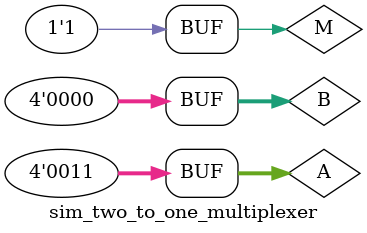
<source format=v>
`timescale 1ns / 1ps


module sim_two_to_one_multiplexer(

    );
    reg [3:0] A;
    reg [3:0] B;
    reg M;
    
    wire [3:0] Z;
    
    two_to_one_multiplexer dut(A, B, M, Z);
    
    initial begin
    A = 4'b0011; B = 4'b0000; M = 0; #100;
    A = 4'b0011; B = 4'b0000; M = 1; #100;
    end
endmodule

</source>
